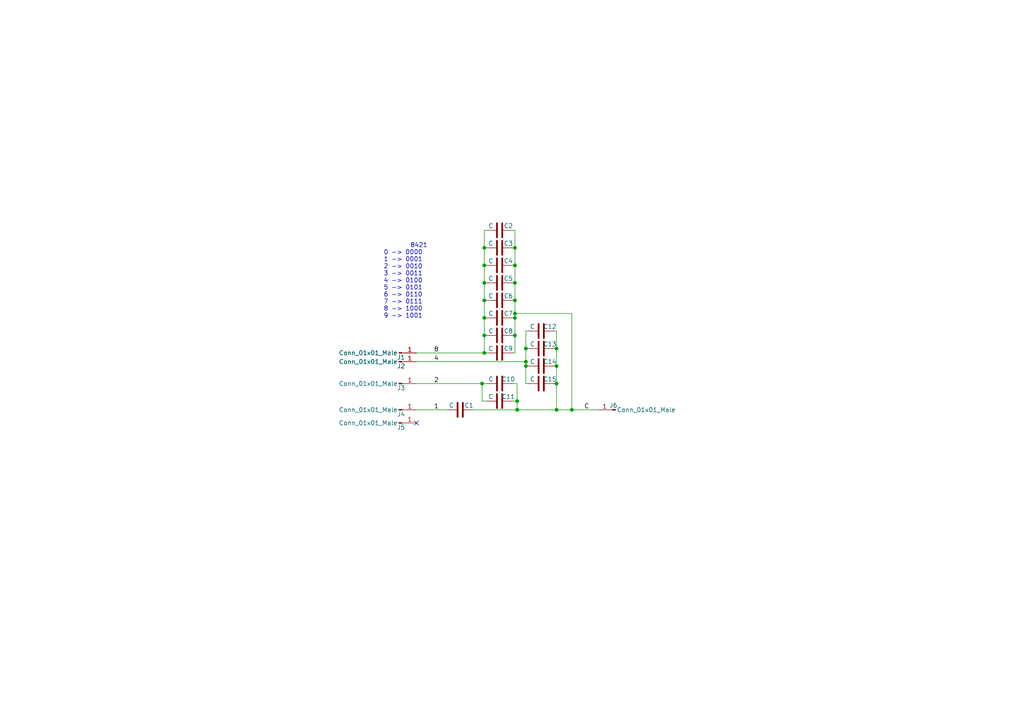
<source format=kicad_sch>
(kicad_sch (version 20230121) (generator eeschema)
  (paper "A4")
  (title_block (title "Capacitor Decadebox") (date "2023-03-10") (rev "1") (comment 1 "BCD Pushwheel KM1") (comment 2 "22mm x 8mm"))
  (lib_symbols
    (symbol "Connector:Conn_01x01_Male" (pin_names (offset 1.016) hide)
      (property "Reference" "J" (at 0 2.54 0))
      (property "Value" "Conn_01x01_Male" (at 0 -2.54 0))
      (symbol "Conn_01x01_Male_1_1"
        (polyline (pts (xy 1.27 0) (xy 0.8636 0)) (stroke (width 0.1524)))
        (rectangle (start 0.8636 0.127) (end 0 -0.127) (stroke (width 0.1524)) (fill (type outline)))
        (pin passive line (at 5.08 0 180) (length 3.81) (name "Pin_1") (number "1"))
      )
    )
    (symbol "Device:C" (pin_numbers hide) (pin_names (offset 0.254))
      (property "Reference" "C" (at 0.635 2.54 0))
      (property "Value" "C" (at 0.635 -2.54 0))
      (symbol "C_0_1"
        (polyline (pts (xy -2.032 -0.762) (xy 2.032 -0.762)) (stroke (width 0.508)))
        (polyline (pts (xy -2.032 0.762) (xy 2.032 0.762)) (stroke (width 0.508)))
      )
      (symbol "C_1_1"
        (pin passive line (at 0 3.81 270) (length 2.794) (name "~") (number "1"))
        (pin passive line (at 0 -3.81 90) (length 2.794) (name "~") (number "2"))
      )
    )
  )
  (junction (at 140.462 76.962))
  (junction (at 140.462 97.282))
  (junction (at 161.417 106.172))
  (junction (at 149.352 87.122))
  (junction (at 152.527 106.172))
  (junction (at 149.352 97.282))
  (junction (at 149.352 92.202))
  (junction (at 152.527 104.902))
  (junction (at 139.827 111.252))
  (junction (at 161.417 118.872))
  (junction (at 140.462 87.122))
  (junction (at 140.462 71.882))
  (junction (at 140.462 82.042))
  (junction (at 140.462 102.362))
  (junction (at 140.462 92.202))
  (junction (at 165.862 118.872))
  (junction (at 149.987 116.332))
  (junction (at 149.352 90.932))
  (junction (at 149.987 118.872))
  (junction (at 161.417 101.092))
  (junction (at 161.417 111.252))
  (junction (at 149.352 71.882))
  (junction (at 152.527 101.092))
  (junction (at 149.352 76.962))
  (junction (at 149.352 82.042))
  (no_connect (at 120.777 122.682))
  (wire (pts (xy 149.352 87.122) (xy 149.352 82.042)))
  (wire (pts (xy 152.527 96.012) (xy 152.527 101.092)))
  (wire (pts (xy 141.097 71.882) (xy 140.462 71.882)))
  (wire (pts (xy 161.417 106.172) (xy 161.417 111.252)))
  (wire (pts (xy 139.827 116.332) (xy 139.827 111.252)))
  (wire (pts (xy 140.462 66.802) (xy 140.462 71.882)))
  (wire (pts (xy 149.352 92.202) (xy 149.352 90.932)))
  (wire (pts (xy 148.717 97.282) (xy 149.352 97.282)))
  (wire (pts (xy 149.352 102.362) (xy 149.352 97.282)))
  (wire (pts (xy 148.717 87.122) (xy 149.352 87.122)))
  (wire (pts (xy 148.717 71.882) (xy 149.352 71.882)))
  (wire (pts (xy 140.462 97.282) (xy 140.462 102.362)))
  (wire (pts (xy 139.827 116.332) (xy 141.097 116.332)))
  (wire (pts (xy 149.352 76.962) (xy 149.352 71.882)))
  (wire (pts (xy 141.097 97.282) (xy 140.462 97.282)))
  (wire (pts (xy 148.717 116.332) (xy 149.987 116.332)))
  (wire (pts (xy 137.287 118.872) (xy 149.987 118.872)))
  (wire (pts (xy 161.417 118.872) (xy 165.862 118.872)))
  (wire (pts (xy 148.717 82.042) (xy 149.352 82.042)))
  (wire (pts (xy 149.352 66.802) (xy 148.717 66.802)))
  (wire (pts (xy 152.527 101.092) (xy 152.527 104.902)))
  (wire (pts (xy 140.462 87.122) (xy 140.462 92.202)))
  (wire (pts (xy 165.862 118.872) (xy 165.862 90.932)))
  (wire (pts (xy 140.462 92.202) (xy 140.462 97.282)))
  (wire (pts (xy 160.782 106.172) (xy 161.417 106.172)))
  (wire (pts (xy 149.352 90.932) (xy 149.352 87.122)))
  (wire (pts (xy 120.777 111.252) (xy 139.827 111.252)))
  (wire (pts (xy 140.462 76.962) (xy 140.462 82.042)))
  (wire (pts (xy 153.162 96.012) (xy 152.527 96.012)))
  (wire (pts (xy 149.352 97.282) (xy 149.352 92.202)))
  (wire (pts (xy 141.097 66.802) (xy 140.462 66.802)))
  (wire (pts (xy 149.987 118.872) (xy 161.417 118.872)))
  (wire (pts (xy 149.987 116.332) (xy 149.987 118.872)))
  (wire (pts (xy 141.097 76.962) (xy 140.462 76.962)))
  (wire (pts (xy 152.527 106.172) (xy 152.527 111.252)))
  (wire (pts (xy 148.717 102.362) (xy 149.352 102.362)))
  (wire (pts (xy 141.097 82.042) (xy 140.462 82.042)))
  (wire (pts (xy 152.527 104.902) (xy 152.527 106.172)))
  (wire (pts (xy 161.417 101.092) (xy 161.417 106.172)))
  (wire (pts (xy 148.717 111.252) (xy 149.987 111.252)))
  (wire (pts (xy 148.717 92.202) (xy 149.352 92.202)))
  (wire (pts (xy 140.462 102.362) (xy 141.097 102.362)))
  (wire (pts (xy 160.782 96.012) (xy 161.417 96.012)))
  (wire (pts (xy 148.717 76.962) (xy 149.352 76.962)))
  (wire (pts (xy 161.417 111.252) (xy 161.417 118.872)))
  (wire (pts (xy 149.352 82.042) (xy 149.352 76.962)))
  (wire (pts (xy 141.097 87.122) (xy 140.462 87.122)))
  (wire (pts (xy 160.782 111.252) (xy 161.417 111.252)))
  (wire (pts (xy 152.527 101.092) (xy 153.162 101.092)))
  (wire (pts (xy 165.862 90.932) (xy 149.352 90.932)))
  (wire (pts (xy 140.462 82.042) (xy 140.462 87.122)))
  (wire (pts (xy 140.462 71.882) (xy 140.462 76.962)))
  (wire (pts (xy 120.777 104.902) (xy 152.527 104.902)))
  (wire (pts (xy 165.862 118.872) (xy 173.482 118.872)))
  (wire (pts (xy 160.782 101.092) (xy 161.417 101.092)))
  (wire (pts (xy 152.527 111.252) (xy 153.162 111.252)))
  (wire (pts (xy 120.777 102.362) (xy 140.462 102.362)))
  (wire (pts (xy 149.352 71.882) (xy 149.352 66.802)))
  (wire (pts (xy 120.777 118.872) (xy 129.667 118.872)))
  (wire (pts (xy 141.097 92.202) (xy 140.462 92.202)))
  (wire (pts (xy 161.417 96.012) (xy 161.417 101.092)))
  (wire (pts (xy 152.527 106.172) (xy 153.162 106.172)))
  (wire (pts (xy 141.097 111.252) (xy 139.827 111.252)))
  (wire (pts (xy 149.987 111.252) (xy 149.987 116.332)))
  (text "        8421\n0 -> 0000\n1 -> 0001\n2 -> 0010\n3 -> 0011\n4 -> 0100\n5 -> 0101\n6 -> 0110\n7 -> 0111\n8 -> 1000\n9 -> 1001" (at 111.252 92.456 0) (effects (font (size 1.27 1.27)) (justify left bottom)))
  (label "2" (at 125.857 111.252 0))
  (label "8" (at 125.857 102.362 0))
  (label "1" (at 125.857 118.872 0))
  (label "4" (at 125.857 104.902 0))
  (label "C" (at 169.418 118.872 0))
  (symbol (lib_id "Device:C") (at 156.972 111.252 90) (unit 1)
    (property "Reference" "C15" (at 159.512 109.982 90))
    (property "Value" "C" (at 154.432 109.982 90))
  )
  (symbol (lib_id "Device:C") (at 156.972 96.012 90) (unit 1)
    (property "Reference" "C12" (at 159.512 94.742 90))
    (property "Value" "C" (at 154.432 94.742 90))
  )
  (symbol (lib_id "Device:C") (at 144.907 102.362 90) (unit 1)
    (property "Reference" "C9" (at 147.447 101.092 90))
    (property "Value" "C" (at 142.367 101.092 90))
  )
  (symbol (lib_id "Device:C") (at 144.907 111.252 90) (unit 1)
    (property "Reference" "C10" (at 147.447 109.982 90))
    (property "Value" "C" (at 142.367 109.982 90))
  )
  (symbol (lib_id "Connector:Conn_01x01_Male") (at 178.562 118.872 180) (unit 1)
    (property "Reference" "J6" (at 177.927 117.602 0))
    (property "Value" "Conn_01x01_Male" (at 187.452 118.872 0))
    (property "Footprint" "Connector_PinHeader_2.54mm:PinHeader_1x01_P2.54mm_Vertical" (effects hide))
  )
  (symbol (lib_id "Connector:Conn_01x01_Male") (at 115.697 102.362 0) (unit 1)
    (property "Reference" "J1" (at 116.332 103.632 0))
    (property "Value" "Conn_01x01_Male" (at 106.807 102.362 0))
    (property "Footprint" "Connector_PinHeader_2.54mm:PinHeader_1x01_P2.54mm_Vertical" (effects hide))
  )
  (symbol (lib_id "Device:C") (at 144.907 87.122 90) (unit 1)
    (property "Reference" "C6" (at 147.447 85.852 90))
    (property "Value" "C" (at 142.367 85.852 90))
  )
  (symbol (lib_id "Connector:Conn_01x01_Male") (at 115.697 104.902 0) (unit 1)
    (property "Reference" "J2" (at 116.332 106.172 0))
    (property "Value" "Conn_01x01_Male" (at 106.807 104.902 0))
    (property "Footprint" "Connector_PinHeader_2.54mm:PinHeader_1x01_P2.54mm_Vertical" (effects hide))
  )
  (symbol (lib_id "Connector:Conn_01x01_Male") (at 115.697 111.252 0) (unit 1)
    (property "Reference" "J3" (at 116.332 112.522 0))
    (property "Value" "Conn_01x01_Male" (at 106.807 111.252 0))
    (property "Footprint" "Connector_PinHeader_2.54mm:PinHeader_1x01_P2.54mm_Vertical" (effects hide))
  )
  (symbol (lib_id "Device:C") (at 144.907 71.882 90) (unit 1)
    (property "Reference" "C3" (at 147.447 70.612 90))
    (property "Value" "C" (at 142.367 70.612 90))
  )
  (symbol (lib_id "Device:C") (at 156.972 106.172 90) (unit 1)
    (property "Reference" "C14" (at 159.512 104.902 90))
    (property "Value" "C" (at 154.432 104.902 90))
  )
  (symbol (lib_id "Device:C") (at 144.907 82.042 90) (unit 1)
    (property "Reference" "C5" (at 147.447 80.772 90))
    (property "Value" "C" (at 142.367 80.772 90))
    (property "Footprint" "Capacitor_SMD:C_0201_0603Metric_Pad0.64x0.40mm_HandSolder" (effects hide))
  )
  (symbol (lib_id "Device:C") (at 144.907 76.962 90) (unit 1)
    (property "Reference" "C4" (at 147.447 75.692 90))
    (property "Value" "C" (at 142.367 75.692 90))
  )
  (symbol (lib_id "Connector:Conn_01x01_Male") (at 115.697 122.682 0) (unit 1)
    (property "Reference" "J5" (at 116.332 123.952 0))
    (property "Value" "Conn_01x01_Male" (at 106.807 122.682 0))
    (property "Footprint" "Connector_PinHeader_2.54mm:PinHeader_1x01_P2.54mm_Vertical" (effects hide))
  )
  (symbol (lib_id "Device:C") (at 144.907 92.202 90) (unit 1)
    (property "Reference" "C7" (at 147.447 90.932 90))
    (property "Value" "C" (at 142.367 90.932 90))
  )
  (symbol (lib_id "Device:C") (at 144.907 116.332 90) (unit 1)
    (property "Reference" "C11" (at 147.447 115.062 90))
    (property "Value" "C" (at 142.367 115.062 90))
  )
  (symbol (lib_id "Device:C") (at 144.907 66.802 90) (unit 1)
    (property "Reference" "C2" (at 147.447 65.532 90))
    (property "Value" "C" (at 142.367 65.532 90))
  )
  (symbol (lib_id "Device:C") (at 133.477 118.872 90) (unit 1)
    (property "Reference" "C1" (at 136.017 117.602 90))
    (property "Value" "C" (at 130.937 117.602 90))
  )
  (symbol (lib_id "Connector:Conn_01x01_Male") (at 115.697 118.872 0) (unit 1)
    (property "Reference" "J4" (at 116.332 120.142 0))
    (property "Value" "Conn_01x01_Male" (at 106.807 118.872 0))
    (property "Footprint" "Connector_PinHeader_2.54mm:PinHeader_1x01_P2.54mm_Vertical" (effects hide))
  )
  (symbol (lib_id "Device:C") (at 156.972 101.092 90) (unit 1)
    (property "Reference" "C13" (at 159.512 99.822 90))
    (property "Value" "C" (at 154.432 99.822 90))
  )
  (symbol (lib_id "Device:C") (at 144.907 97.282 90) (unit 1)
    (property "Reference" "C8" (at 147.447 96.012 90))
    (property "Value" "C" (at 142.367 96.012 90))
  )
)
</source>
